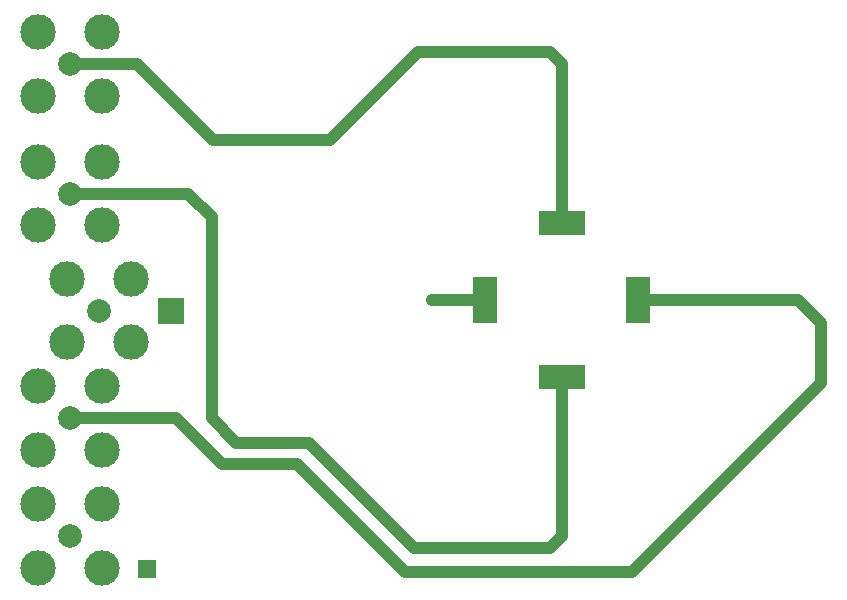
<source format=gtl>
G04 #@! TF.FileFunction,Copper,L1,Top,Signal*
%FSLAX46Y46*%
G04 Gerber Fmt 4.6, Leading zero omitted, Abs format (unit mm)*
G04 Created by KiCad (PCBNEW (2015-11-24 BZR 6329)-product) date Sat 25 Feb 2017 12:29:11 PM EST*
%MOMM*%
G01*
G04 APERTURE LIST*
%ADD10C,0.100000*%
%ADD11R,2.000000X4.000000*%
%ADD12R,4.000000X2.000000*%
%ADD13R,1.500000X1.500000*%
%ADD14R,2.235200X2.235200*%
%ADD15C,1.998980*%
%ADD16C,3.000000*%
%ADD17C,0.600000*%
%ADD18C,1.000000*%
G04 APERTURE END LIST*
D10*
D11*
X133500000Y-88000000D03*
D12*
X140000000Y-94500000D03*
D11*
X146500000Y-88000000D03*
D12*
X140000000Y-81500000D03*
D13*
X104902000Y-110744000D03*
D14*
X106934000Y-88900000D03*
D15*
X98364000Y-68000000D03*
D16*
X95663980Y-65299980D03*
X95663980Y-70700020D03*
X101064020Y-70700020D03*
X101064020Y-65299980D03*
D15*
X98364000Y-79000000D03*
D16*
X95663980Y-76299980D03*
X95663980Y-81700020D03*
X101064020Y-81700020D03*
X101064020Y-76299980D03*
D15*
X100838000Y-88900000D03*
D16*
X98137980Y-86199980D03*
X98137980Y-91600020D03*
X103538020Y-91600020D03*
X103538020Y-86199980D03*
D15*
X98364000Y-98000000D03*
D16*
X95663980Y-95299980D03*
X95663980Y-100700020D03*
X101064020Y-100700020D03*
X101064020Y-95299980D03*
D15*
X98364000Y-108000000D03*
D16*
X95663980Y-105299980D03*
X95663980Y-110700020D03*
X101064020Y-110700020D03*
X101064020Y-105299980D03*
D17*
X151000000Y-88000000D03*
X140000000Y-77000000D03*
X140000000Y-99000000D03*
X129000000Y-88000000D03*
D18*
X129000000Y-111000000D02*
X126748000Y-111000000D01*
X146000000Y-111000000D02*
X162000000Y-95000000D01*
X162000000Y-95000000D02*
X162000000Y-93000000D01*
X98364000Y-98000000D02*
X107364000Y-98000000D01*
X160000000Y-88000000D02*
X151000000Y-88000000D01*
X162000000Y-90000000D02*
X160000000Y-88000000D01*
X162000000Y-93000000D02*
X162000000Y-90000000D01*
X129000000Y-111000000D02*
X144000000Y-111000000D01*
X144000000Y-111000000D02*
X146000000Y-111000000D01*
X111218000Y-101854000D02*
X107364000Y-98000000D01*
X117602000Y-101854000D02*
X111218000Y-101854000D01*
X126748000Y-111000000D02*
X117602000Y-101854000D01*
X147500000Y-88000000D02*
X151000000Y-88000000D01*
X130364000Y-67000000D02*
X127818000Y-67000000D01*
X98364000Y-68000000D02*
X103364000Y-68000000D01*
X140000000Y-68000000D02*
X140000000Y-77000000D01*
X139000000Y-67000000D02*
X140000000Y-68000000D01*
X139000000Y-67000000D02*
X130364000Y-67000000D01*
X104068000Y-68000000D02*
X103364000Y-68000000D01*
X110490000Y-74422000D02*
X104068000Y-68000000D01*
X120396000Y-74422000D02*
X110490000Y-74422000D01*
X127818000Y-67000000D02*
X120396000Y-74422000D01*
X140000000Y-80500000D02*
X140000000Y-77000000D01*
X130048000Y-109000000D02*
X127542000Y-109000000D01*
X108364000Y-79000000D02*
X98364000Y-79000000D01*
X110364000Y-81000000D02*
X108364000Y-79000000D01*
X110364000Y-98000000D02*
X110364000Y-81000000D01*
X112440000Y-100076000D02*
X110364000Y-98000000D01*
X118618000Y-100076000D02*
X112440000Y-100076000D01*
X127542000Y-109000000D02*
X118618000Y-100076000D01*
X140000000Y-99000000D02*
X140000000Y-108000000D01*
X139000000Y-109000000D02*
X130048000Y-109000000D01*
X130048000Y-109000000D02*
X130000000Y-109000000D01*
X140000000Y-108000000D02*
X139000000Y-109000000D01*
X140000000Y-99000000D02*
X140000000Y-95500000D01*
X133000000Y-88000000D02*
X129000000Y-88000000D01*
M02*

</source>
